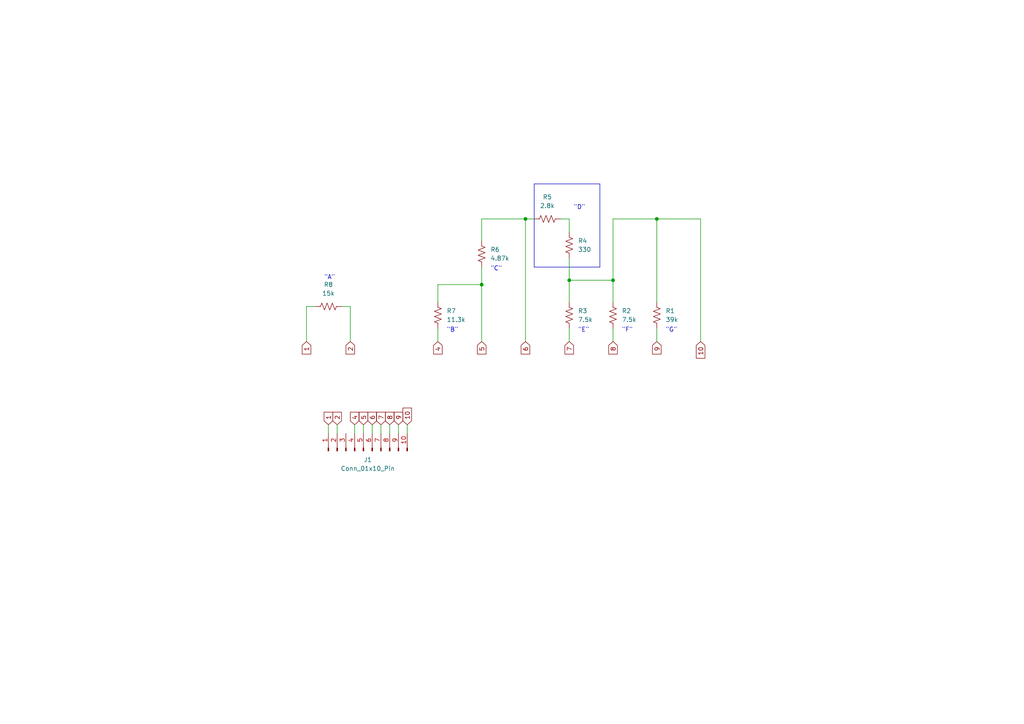
<source format=kicad_sch>
(kicad_sch (version 20230121) (generator eeschema)
  (paper "A4")
  (lib_symbols
    (symbol "Connector:Conn_01x10_Pin" (pin_names (offset 1.016) hide)
      (property "Reference" "J" (at 0 12.7 0))
      (property "Value" "Conn_01x10_Pin" (at 0 -15.24 0))
      (symbol "Conn_01x10_Pin_1_1"
        (polyline (pts (xy 1.27 -12.7) (xy 0.8636 -12.7)) (stroke (width 0.1524)))
        (polyline (pts (xy 1.27 -10.16) (xy 0.8636 -10.16)) (stroke (width 0.1524)))
        (polyline (pts (xy 1.27 -7.62) (xy 0.8636 -7.62)) (stroke (width 0.1524)))
        (polyline (pts (xy 1.27 -5.08) (xy 0.8636 -5.08)) (stroke (width 0.1524)))
        (polyline (pts (xy 1.27 -2.54) (xy 0.8636 -2.54)) (stroke (width 0.1524)))
        (polyline (pts (xy 1.27 0) (xy 0.8636 0)) (stroke (width 0.1524)))
        (polyline (pts (xy 1.27 2.54) (xy 0.8636 2.54)) (stroke (width 0.1524)))
        (polyline (pts (xy 1.27 5.08) (xy 0.8636 5.08)) (stroke (width 0.1524)))
        (polyline (pts (xy 1.27 7.62) (xy 0.8636 7.62)) (stroke (width 0.1524)))
        (polyline (pts (xy 1.27 10.16) (xy 0.8636 10.16)) (stroke (width 0.1524)))
        (rectangle (start 0.8636 -12.573) (end 0 -12.827) (stroke (width 0.1524)) (fill (type outline)))
        (rectangle (start 0.8636 -10.033) (end 0 -10.287) (stroke (width 0.1524)) (fill (type outline)))
        (rectangle (start 0.8636 -7.493) (end 0 -7.747) (stroke (width 0.1524)) (fill (type outline)))
        (rectangle (start 0.8636 -4.953) (end 0 -5.207) (stroke (width 0.1524)) (fill (type outline)))
        (rectangle (start 0.8636 -2.413) (end 0 -2.667) (stroke (width 0.1524)) (fill (type outline)))
        (rectangle (start 0.8636 0.127) (end 0 -0.127) (stroke (width 0.1524)) (fill (type outline)))
        (rectangle (start 0.8636 2.667) (end 0 2.413) (stroke (width 0.1524)) (fill (type outline)))
        (rectangle (start 0.8636 5.207) (end 0 4.953) (stroke (width 0.1524)) (fill (type outline)))
        (rectangle (start 0.8636 7.747) (end 0 7.493) (stroke (width 0.1524)) (fill (type outline)))
        (rectangle (start 0.8636 10.287) (end 0 10.033) (stroke (width 0.1524)) (fill (type outline)))
        (pin passive line (at 5.08 10.16 180) (length 3.81) (name "Pin_1") (number "1"))
        (pin passive line (at 5.08 -12.7 180) (length 3.81) (name "Pin_10") (number "10"))
        (pin passive line (at 5.08 7.62 180) (length 3.81) (name "Pin_2") (number "2"))
        (pin passive line (at 5.08 5.08 180) (length 3.81) (name "Pin_3") (number "3"))
        (pin passive line (at 5.08 2.54 180) (length 3.81) (name "Pin_4") (number "4"))
        (pin passive line (at 5.08 0 180) (length 3.81) (name "Pin_5") (number "5"))
        (pin passive line (at 5.08 -2.54 180) (length 3.81) (name "Pin_6") (number "6"))
        (pin passive line (at 5.08 -5.08 180) (length 3.81) (name "Pin_7") (number "7"))
        (pin passive line (at 5.08 -7.62 180) (length 3.81) (name "Pin_8") (number "8"))
        (pin passive line (at 5.08 -10.16 180) (length 3.81) (name "Pin_9") (number "9"))
      )
    )
    (symbol "Device:R_US" (pin_numbers hide) (pin_names (offset 0))
      (property "Reference" "R" (at 2.54 0 90))
      (property "Value" "R_US" (at -2.54 0 90))
      (symbol "R_US_0_1"
        (polyline (pts (xy 0 -2.286) (xy 0 -2.54)))
        (polyline (pts (xy 0 2.286) (xy 0 2.54)))
        (polyline (pts (xy 0 -0.762) (xy 1.016 -1.143) (xy 0 -1.524) (xy -1.016 -1.905) (xy 0 -2.286)))
        (polyline (pts (xy 0 0.762) (xy 1.016 0.381) (xy 0 0) (xy -1.016 -0.381) (xy 0 -0.762)))
        (polyline (pts (xy 0 2.286) (xy 1.016 1.905) (xy 0 1.524) (xy -1.016 1.143) (xy 0 0.762)))
      )
      (symbol "R_US_1_1"
        (pin passive line (at 0 3.81 270) (length 1.27) (name "~") (number "1"))
        (pin passive line (at 0 -3.81 90) (length 1.27) (name "~") (number "2"))
      )
    )
  )
  (junction (at 165.1 81.28))
  (junction (at 190.5 63.5))
  (junction (at 139.7 82.55))
  (junction (at 152.4 63.5))
  (junction (at 177.8 81.28))
  (wire (pts (xy 177.8 95.25) (xy 177.8 99.06)))
  (polyline (pts (xy 154.94 53.34) (xy 154.94 77.47)))
  (wire (pts (xy 102.87 123.19) (xy 102.87 125.73)))
  (wire (pts (xy 165.1 74.93) (xy 165.1 81.28)))
  (wire (pts (xy 177.8 63.5) (xy 177.8 81.28)))
  (polyline (pts (xy 154.94 53.34) (xy 173.99 53.34)))
  (wire (pts (xy 97.79 123.19) (xy 97.79 125.73)))
  (wire (pts (xy 139.7 63.5) (xy 152.4 63.5)))
  (wire (pts (xy 118.11 123.19) (xy 118.11 125.73)))
  (wire (pts (xy 165.1 81.28) (xy 165.1 87.63)))
  (wire (pts (xy 88.9 88.9) (xy 88.9 99.06)))
  (wire (pts (xy 127 87.63) (xy 127 82.55)))
  (wire (pts (xy 152.4 63.5) (xy 152.4 99.06)))
  (wire (pts (xy 162.56 63.5) (xy 165.1 63.5)))
  (wire (pts (xy 165.1 63.5) (xy 165.1 67.31)))
  (wire (pts (xy 177.8 81.28) (xy 177.8 87.63)))
  (wire (pts (xy 127 95.25) (xy 127 99.06)))
  (wire (pts (xy 91.44 88.9) (xy 88.9 88.9)))
  (wire (pts (xy 113.03 123.19) (xy 113.03 125.73)))
  (wire (pts (xy 190.5 63.5) (xy 190.5 87.63)))
  (wire (pts (xy 190.5 95.25) (xy 190.5 99.06)))
  (wire (pts (xy 177.8 63.5) (xy 190.5 63.5)))
  (wire (pts (xy 127 82.55) (xy 139.7 82.55)))
  (wire (pts (xy 107.95 123.19) (xy 107.95 125.73)))
  (wire (pts (xy 190.5 63.5) (xy 203.2 63.5)))
  (wire (pts (xy 203.2 63.5) (xy 203.2 99.06)))
  (wire (pts (xy 115.57 123.19) (xy 115.57 125.73)))
  (wire (pts (xy 101.6 88.9) (xy 99.06 88.9)))
  (wire (pts (xy 139.7 82.55) (xy 139.7 99.06)))
  (wire (pts (xy 101.6 88.9) (xy 101.6 99.06)))
  (wire (pts (xy 165.1 81.28) (xy 177.8 81.28)))
  (wire (pts (xy 105.41 123.19) (xy 105.41 125.73)))
  (polyline (pts (xy 173.99 77.47) (xy 173.99 53.34)))
  (wire (pts (xy 110.49 123.19) (xy 110.49 125.73)))
  (wire (pts (xy 165.1 95.25) (xy 165.1 99.06)))
  (wire (pts (xy 139.7 77.47) (xy 139.7 82.55)))
  (polyline (pts (xy 154.94 77.47) (xy 173.99 77.47)))
  (wire (pts (xy 154.94 63.5) (xy 152.4 63.5)))
  (wire (pts (xy 139.7 69.85) (xy 139.7 63.5)))
  (wire (pts (xy 95.25 123.19) (xy 95.25 125.73)))
  (text "\"F\"" (at 180.34 96.52 0) (effects (font (size 1.27 1.27)) (justify left bottom)))
  (text "\"C\"" (at 142.24 78.74 0) (effects (font (size 1.27 1.27)) (justify left bottom)))
  (text "\"G\"" (at 193.04 96.52 0) (effects (font (size 1.27 1.27)) (justify left bottom)))
  (text "\"D\"" (at 166.37 60.96 0) (effects (font (size 1.27 1.27)) (justify left bottom)))
  (text "\"E\"" (at 167.64 96.52 0) (effects (font (size 1.27 1.27)) (justify left bottom)))
  (text "\"A\"" (at 93.98 81.28 0) (effects (font (size 1.27 1.27)) (justify left bottom)))
  (text "\"B\"" (at 129.54 96.52 0) (effects (font (size 1.27 1.27)) (justify left bottom)))
  (global_label "9" (shape input) (at 115.57 123.19 90) (property "Intersheetrefs" "${INTERSHEET_REFS}" (effects hide)))
  (global_label "10" (shape input) (at 203.2 99.06 270) (property "Intersheetrefs" "${INTERSHEET_REFS}" (effects hide)))
  (global_label "8" (shape input) (at 113.03 123.19 90) (property "Intersheetrefs" "${INTERSHEET_REFS}" (effects hide)))
  (global_label "1" (shape input) (at 95.25 123.19 90) (property "Intersheetrefs" "${INTERSHEET_REFS}" (effects hide)))
  (global_label "5" (shape input) (at 139.7 99.06 270) (property "Intersheetrefs" "${INTERSHEET_REFS}" (effects hide)))
  (global_label "10" (shape input) (at 118.11 123.19 90) (property "Intersheetrefs" "${INTERSHEET_REFS}" (effects hide)))
  (global_label "4" (shape input) (at 102.87 123.19 90) (property "Intersheetrefs" "${INTERSHEET_REFS}" (effects hide)))
  (global_label "2" (shape input) (at 101.6 99.06 270) (property "Intersheetrefs" "${INTERSHEET_REFS}" (effects hide)))
  (global_label "4" (shape input) (at 127 99.06 270) (property "Intersheetrefs" "${INTERSHEET_REFS}" (effects hide)))
  (global_label "7" (shape input) (at 165.1 99.06 270) (property "Intersheetrefs" "${INTERSHEET_REFS}" (effects hide)))
  (global_label "8" (shape input) (at 177.8 99.06 270) (property "Intersheetrefs" "${INTERSHEET_REFS}" (effects hide)))
  (global_label "5" (shape input) (at 105.41 123.19 90) (property "Intersheetrefs" "${INTERSHEET_REFS}" (effects hide)))
  (global_label "9" (shape input) (at 190.5 99.06 270) (property "Intersheetrefs" "${INTERSHEET_REFS}" (effects hide)))
  (global_label "6" (shape input) (at 107.95 123.19 90) (property "Intersheetrefs" "${INTERSHEET_REFS}" (effects hide)))
  (global_label "6" (shape input) (at 152.4 99.06 270) (property "Intersheetrefs" "${INTERSHEET_REFS}" (effects hide)))
  (global_label "1" (shape input) (at 88.9 99.06 270) (property "Intersheetrefs" "${INTERSHEET_REFS}" (effects hide)))
  (global_label "7" (shape input) (at 110.49 123.19 90) (property "Intersheetrefs" "${INTERSHEET_REFS}" (effects hide)))
  (global_label "2" (shape input) (at 97.79 123.19 90) (property "Intersheetrefs" "${INTERSHEET_REFS}" (effects hide)))
  (symbol (lib_id "Device:R_US") (at 165.1 91.44 0) (unit 1)
    (property "Reference" "R3" (at 167.64 90.17 0) (effects (justify left)))
    (property "Value" "7.5k" (at 167.64 92.71 0) (effects (justify left)))
    (property "Footprint" "Resistor_SMD:R_0805_2012Metric_Pad1.20x1.40mm_HandSolder" (effects hide))
  )
  (symbol (lib_id "Device:R_US") (at 165.1 71.12 0) (unit 1)
    (property "Reference" "R4" (at 167.64 69.85 0) (effects (justify left)))
    (property "Value" "330" (at 167.64 72.39 0) (effects (justify left)))
    (property "Footprint" "Resistor_SMD:R_0805_2012Metric_Pad1.20x1.40mm_HandSolder" (effects hide))
  )
  (symbol (lib_id "Device:R_US") (at 95.25 88.9 90) (unit 1)
    (property "Reference" "R8" (at 95.25 82.55 90))
    (property "Value" "15k" (at 95.25 85.09 90))
    (property "Footprint" "Resistor_SMD:R_0805_2012Metric_Pad1.20x1.40mm_HandSolder" (effects hide))
  )
  (symbol (lib_id "Connector:Conn_01x10_Pin") (at 105.41 130.81 90) (unit 1)
    (property "Reference" "J1" (at 106.68 133.35 90))
    (property "Value" "Conn_01x10_Pin" (at 106.68 135.89 90))
    (property "Footprint" "Connector_PinHeader_2.54mm:PinHeader_1x10_P2.54mm_Vertical" (effects hide))
  )
  (symbol (lib_id "Device:R_US") (at 139.7 73.66 180) (unit 1)
    (property "Reference" "R6" (at 142.24 72.39 0) (effects (justify right)))
    (property "Value" "4.87k" (at 142.24 74.93 0) (effects (justify right)))
    (property "Footprint" "Resistor_SMD:R_0805_2012Metric_Pad1.20x1.40mm_HandSolder" (effects hide))
  )
  (symbol (lib_id "Device:R_US") (at 190.5 91.44 0) (unit 1)
    (property "Reference" "R1" (at 193.04 90.17 0) (effects (justify left)))
    (property "Value" "39k" (at 193.04 92.71 0) (effects (justify left)))
    (property "Footprint" "Resistor_SMD:R_0805_2012Metric_Pad1.20x1.40mm_HandSolder" (effects hide))
  )
  (symbol (lib_id "Device:R_US") (at 127 91.44 180) (unit 1)
    (property "Reference" "R7" (at 129.54 90.17 0) (effects (justify right)))
    (property "Value" "11.3k" (at 129.54 92.71 0) (effects (justify right)))
    (property "Footprint" "Resistor_SMD:R_0805_2012Metric_Pad1.20x1.40mm_HandSolder" (effects hide))
  )
  (symbol (lib_id "Device:R_US") (at 177.8 91.44 0) (unit 1)
    (property "Reference" "R2" (at 180.34 90.17 0) (effects (justify left)))
    (property "Value" "7.5k" (at 180.34 92.71 0) (effects (justify left)))
    (property "Footprint" "Resistor_SMD:R_0805_2012Metric_Pad1.20x1.40mm_HandSolder" (effects hide))
  )
  (symbol (lib_id "Device:R_US") (at 158.75 63.5 270) (unit 1)
    (property "Reference" "R5" (at 158.75 57.15 90))
    (property "Value" "2.8k" (at 158.75 59.69 90))
    (property "Footprint" "Resistor_SMD:R_0805_2012Metric_Pad1.20x1.40mm_HandSolder" (effects hide))
  )
)
</source>
